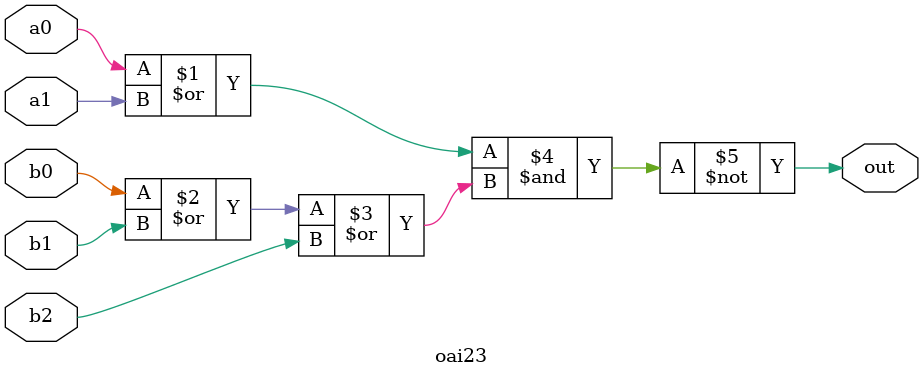
<source format=v>

module oai23 (a0, a1, b0, b1, b2,out);
  input      a0;
  input      a1;
  input      b0;
  input 	 b1; 
  input 	 b2;
  output     out;

  assign out = ~((a0 | a1) & (b0 | b1 | b2));

endmodule
</source>
